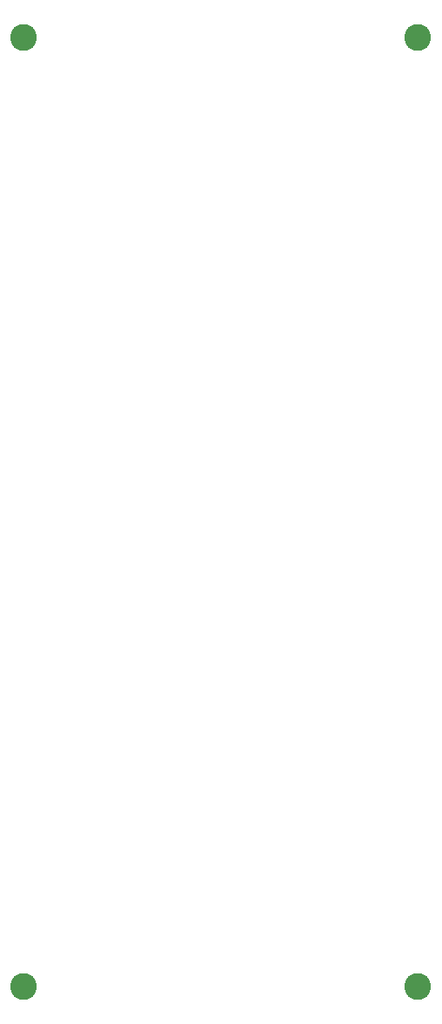
<source format=gbr>
%TF.GenerationSoftware,KiCad,Pcbnew,7.0.2-0*%
%TF.CreationDate,2023-08-14T19:33:41+08:00*%
%TF.ProjectId,Top:bottom_plate,546f703a-626f-4747-946f-6d5f706c6174,rev?*%
%TF.SameCoordinates,Original*%
%TF.FileFunction,Soldermask,Top*%
%TF.FilePolarity,Negative*%
%FSLAX46Y46*%
G04 Gerber Fmt 4.6, Leading zero omitted, Abs format (unit mm)*
G04 Created by KiCad (PCBNEW 7.0.2-0) date 2023-08-14 19:33:41*
%MOMM*%
%LPD*%
G01*
G04 APERTURE LIST*
%ADD10C,2.600000*%
G04 APERTURE END LIST*
D10*
%TO.C,REF\u002A\u002A*%
X195190001Y-135550000D03*
%TD*%
%TO.C,REF\u002A\u002A*%
X156840001Y-135550000D03*
%TD*%
%TO.C,REF\u002A\u002A*%
X195190001Y-43400000D03*
%TD*%
%TO.C,REF\u002A\u002A*%
X156840001Y-43400000D03*
%TD*%
M02*

</source>
